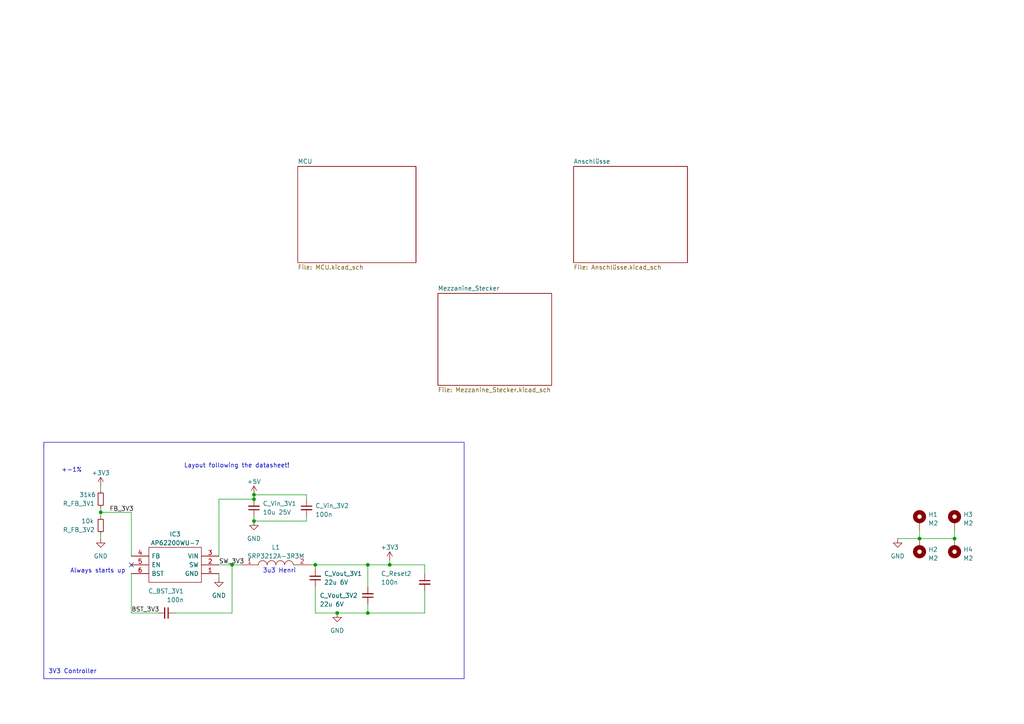
<source format=kicad_sch>
(kicad_sch (version 20230121) (generator eeschema)
  (paper "A4")
  (lib_symbols
    (symbol "Device:C_Small" (pin_numbers hide) (pin_names (offset 0.254) hide)
      (property "Reference" "C" (at 0.254 1.778 0))
      (property "Value" "C_Small" (at 0.254 -2.032 0))
      (symbol "C_Small_0_1"
        (polyline (pts (xy -1.524 -0.508) (xy 1.524 -0.508)) (stroke (width 0.3302)))
        (polyline (pts (xy -1.524 0.508) (xy 1.524 0.508)) (stroke (width 0.3048)))
      )
      (symbol "C_Small_1_1"
        (pin passive line (at 0 2.54 270) (length 2.032) (name "~") (number "1"))
        (pin passive line (at 0 -2.54 90) (length 2.032) (name "~") (number "2"))
      )
    )
    (symbol "Device:R_Small" (pin_numbers hide) (pin_names (offset 0.254) hide)
      (property "Reference" "R" (at 0.762 0.508 0))
      (property "Value" "R_Small" (at 0.762 -1.016 0))
      (symbol "R_Small_0_1"
        (rectangle (start -0.762 1.778) (end 0.762 -1.778) (stroke (width 0.2032)))
      )
      (symbol "R_Small_1_1"
        (pin passive line (at 0 2.54 270) (length 0.762) (name "~") (number "1"))
        (pin passive line (at 0 -2.54 90) (length 0.762) (name "~") (number "2"))
      )
    )
    (symbol "Mechanical:MountingHole_Pad" (pin_numbers hide) (pin_names (offset 1.016) hide)
      (property "Reference" "H" (at 0 6.35 0))
      (property "Value" "MountingHole_Pad" (at 0 4.445 0))
      (symbol "MountingHole_Pad_0_1"
        (circle (center 0 1.27) (radius 1.27) (stroke (width 1.27)))
      )
      (symbol "MountingHole_Pad_1_1"
        (pin input line (at 0 -2.54 90) (length 2.54) (name "1") (number "1"))
      )
    )
    (symbol "SamacSys_Parts:AP62200WU-7" (pin_names (offset 0.762))
      (property "Reference" "IC" (at 21.59 7.62 0))
      (property "Value" "AP62200WU-7" (at 21.59 5.08 0))
      (symbol "AP62200WU-7_0_0"
        (pin passive line (at 0 0 0) (length 5.08) (name "GND") (number "1"))
        (pin passive line (at 0 -2.54 0) (length 5.08) (name "SW") (number "2"))
        (pin passive line (at 0 -5.08 0) (length 5.08) (name "VIN") (number "3"))
        (pin passive line (at 25.4 -5.08 180) (length 5.08) (name "FB") (number "4"))
        (pin passive line (at 25.4 -2.54 180) (length 5.08) (name "EN") (number "5"))
        (pin passive line (at 25.4 0 180) (length 5.08) (name "BST") (number "6"))
      )
      (symbol "AP62200WU-7_0_1"
        (polyline (pts (xy 5.08 2.54) (xy 20.32 2.54) (xy 20.32 -7.62) (xy 5.08 -7.62) (xy 5.08 2.54)) (stroke (width 0.1524)))
      )
    )
    (symbol "SamacSys_Parts:SRP3212A-3R3M" (pin_names (offset 0.762))
      (property "Reference" "L" (at 16.51 6.35 0))
      (property "Value" "SRP3212A-3R3M" (at 16.51 3.81 0))
      (symbol "SRP3212A-3R3M_0_0"
        (pin passive line (at 0 0 0) (length 5.08) (name "~") (number "1"))
        (pin passive line (at 20.32 0 180) (length 5.08) (name "~") (number "2"))
      )
      (symbol "SRP3212A-3R3M_0_1"
        (arc (start 7.62 0) (mid 6.35 1.2202) (end 5.08 0) (stroke (width 0.1524)))
        (arc (start 10.16 0) (mid 8.89 1.2202) (end 7.62 0) (stroke (width 0.1524)))
        (arc (start 12.7 0) (mid 11.43 1.2202) (end 10.16 0) (stroke (width 0.1524)))
        (arc (start 15.24 0) (mid 13.97 1.2202) (end 12.7 0) (stroke (width 0.1524)))
      )
    )
    (symbol "power:+3.3V" (power) (pin_names (offset 0))
      (property "Value" "+3.3V" (at 0 3.556 0))
      (symbol "+3.3V_0_1"
        (polyline (pts (xy -0.762 1.27) (xy 0 2.54)))
        (polyline (pts (xy 0 0) (xy 0 2.54)))
        (polyline (pts (xy 0 2.54) (xy 0.762 1.27)))
      )
      (symbol "+3.3V_1_1"
        (pin power_in line (at 0 0 90) (length 0) hide (name "+3V3") (number "1"))
      )
    )
    (symbol "power:+5V" (power) (pin_names (offset 0))
      (property "Value" "+5V" (at 0 3.556 0))
      (symbol "+5V_0_1"
        (polyline (pts (xy -0.762 1.27) (xy 0 2.54)))
        (polyline (pts (xy 0 0) (xy 0 2.54)))
        (polyline (pts (xy 0 2.54) (xy 0.762 1.27)))
      )
      (symbol "+5V_1_1"
        (pin power_in line (at 0 0 90) (length 0) hide (name "+5V") (number "1"))
      )
    )
    (symbol "power:GND" (power) (pin_names (offset 0))
      (property "Value" "GND" (at 0 -3.81 0))
      (symbol "GND_0_1"
        (polyline (pts (xy 0 0) (xy 0 -1.27) (xy 1.27 -1.27) (xy 0 -2.54) (xy -1.27 -1.27) (xy 0 -1.27)))
      )
      (symbol "GND_1_1"
        (pin power_in line (at 0 0 270) (length 0) hide (name "GND") (number "1"))
      )
    )
  )
  (junction (at 106.68 177.8))
  (junction (at 97.79 177.8))
  (junction (at 29.21 148.59))
  (junction (at 106.68 163.83))
  (junction (at 73.66 151.13))
  (junction (at 276.86 156.21))
  (junction (at 67.31 163.83))
  (junction (at 73.66 143.51))
  (junction (at 266.7 156.21))
  (junction (at 73.66 144.78))
  (junction (at 91.44 163.83))
  (junction (at 113.03 163.83))
  (no_connect (at 38.1 163.83))
  (wire (pts (xy 29.21 148.59) (xy 38.1 148.59)))
  (wire (pts (xy 63.5 163.83) (xy 67.31 163.83)))
  (wire (pts (xy 73.66 143.51) (xy 88.9 143.51)))
  (wire (pts (xy 45.72 177.8) (xy 38.1 177.8)))
  (wire (pts (xy 91.44 163.83) (xy 106.68 163.83)))
  (polyline (pts (xy 12.7 128.27) (xy 12.7 129.54)))
  (polyline (pts (xy 134.62 128.27) (xy 134.62 196.85)))
  (wire (pts (xy 63.5 166.37) (xy 63.5 167.64)))
  (wire (pts (xy 29.21 140.97) (xy 29.21 142.24)))
  (wire (pts (xy 276.86 153.67) (xy 276.86 156.21)))
  (wire (pts (xy 91.44 170.18) (xy 91.44 177.8)))
  (wire (pts (xy 91.44 177.8) (xy 97.79 177.8)))
  (wire (pts (xy 29.21 148.59) (xy 29.21 149.86)))
  (wire (pts (xy 90.17 163.83) (xy 91.44 163.83)))
  (wire (pts (xy 113.03 162.56) (xy 113.03 163.83)))
  (polyline (pts (xy 12.7 128.27) (xy 12.7 196.85)))
  (wire (pts (xy 97.79 177.8) (xy 106.68 177.8)))
  (wire (pts (xy 123.19 163.83) (xy 123.19 166.37)))
  (wire (pts (xy 88.9 143.51) (xy 88.9 144.78)))
  (wire (pts (xy 88.9 149.86) (xy 88.9 151.13)))
  (wire (pts (xy 73.66 149.86) (xy 73.66 151.13)))
  (wire (pts (xy 91.44 165.1) (xy 91.44 163.83)))
  (wire (pts (xy 106.68 163.83) (xy 113.03 163.83)))
  (wire (pts (xy 73.66 143.51) (xy 73.66 144.78)))
  (wire (pts (xy 113.03 163.83) (xy 123.19 163.83)))
  (wire (pts (xy 106.68 177.8) (xy 123.19 177.8)))
  (wire (pts (xy 38.1 148.59) (xy 38.1 161.29)))
  (wire (pts (xy 266.7 153.67) (xy 266.7 156.21)))
  (wire (pts (xy 67.31 163.83) (xy 69.85 163.83)))
  (wire (pts (xy 67.31 163.83) (xy 67.31 177.8)))
  (wire (pts (xy 106.68 170.18) (xy 106.68 163.83)))
  (polyline (pts (xy 12.7 128.27) (xy 134.62 128.27)))
  (wire (pts (xy 266.7 156.21) (xy 276.86 156.21)))
  (polyline (pts (xy 12.7 196.85) (xy 134.62 196.85)))
  (wire (pts (xy 260.35 156.21) (xy 266.7 156.21)))
  (wire (pts (xy 123.19 171.45) (xy 123.19 177.8)))
  (wire (pts (xy 29.21 147.32) (xy 29.21 148.59)))
  (wire (pts (xy 38.1 166.37) (xy 38.1 177.8)))
  (wire (pts (xy 50.8 177.8) (xy 67.31 177.8)))
  (wire (pts (xy 106.68 177.8) (xy 106.68 175.26)))
  (wire (pts (xy 63.5 144.78) (xy 73.66 144.78)))
  (wire (pts (xy 29.21 154.94) (xy 29.21 156.21)))
  (wire (pts (xy 73.66 151.13) (xy 88.9 151.13)))
  (wire (pts (xy 63.5 161.29) (xy 63.5 144.78)))
  (text "3V3 Controller" (at 13.97 195.58 0) (effects (font (size 1.27 1.27)) (justify left bottom)))
  (text "3u3 Henri" (at 76.2 166.37 0) (effects (font (size 1.27 1.27)) (justify left bottom)))
  (text "Always starts up\n" (at 20.32 166.37 0) (effects (font (size 1.27 1.27)) (justify left bottom)))
  (text "Layout following the datasheet!" (at 53.34 135.89 0) (effects (font (size 1.27 1.27)) (justify left bottom)))
  (text "+-1%" (at 17.78 137.16 0) (effects (font (size 1.27 1.27)) (justify left bottom)))
  (label "SW_3V3" (at 63.5 163.83 0))
  (label "BST_3V3" (at 38.1 177.8 0))
  (label "FB_3V3" (at 31.75 148.59 0))
  (symbol (lib_id "power:+3.3V") (at 29.21 140.97 0) (unit 1)
    (property "Reference" "#PWR0100" (effects hide))
    (property "Value" "+3.3V" (at 29.21 137.16 0))
  )
  (symbol (lib_id "power:GND") (at 73.66 151.13 0) (unit 1)
    (property "Reference" "#PWR0104" (effects hide))
    (property "Value" "GND" (at 73.66 156.21 0))
  )
  (symbol (lib_id "Device:C_Small") (at 123.19 168.91 0) (unit 1)
    (property "Reference" "C_Reset2" (at 110.49 166.37 0) (effects (justify left)))
    (property "Value" "100n" (at 110.49 168.91 0) (effects (justify left)))
    (property "Footprint" "Capacitor_SMD:C_0402_1005Metric" (effects hide))
  )
  (symbol (lib_id "Device:C_Small") (at 91.44 167.64 180) (unit 1)
    (property "Reference" "C_Vout_3V1" (at 93.98 166.37 0) (effects (justify right)))
    (property "Value" "22u 6V" (at 93.98 168.91 0) (effects (justify right)))
    (property "Footprint" "Capacitor_SMD:C_0402_1005Metric" (effects hide))
    (property "Datasheet" "https://www.lcsc.com/product-detail/_Murata-Electronics-_C415703.html" (effects hide))
  )
  (symbol (lib_id "Device:R_Small") (at 29.21 152.4 0) (unit 1)
    (property "Reference" "R_FB_3V2" (at 22.86 153.67 0))
    (property "Value" "10k" (at 25.4 151.13 0))
    (property "Footprint" "Resistor_SMD:R_0402_1005Metric" (effects hide))
  )
  (symbol (lib_id "Mechanical:MountingHole_Pad") (at 276.86 158.75 180) (unit 1)
    (property "Reference" "H4" (at 279.4 159.385 0) (effects (justify right)))
    (property "Value" "M2" (at 279.4 161.925 0) (effects (justify right)))
    (property "Footprint" "MountingHole:MountingHole_2.2mm_M2_DIN965_Pad_TopBottom" (effects hide))
  )
  (symbol (lib_id "power:GND") (at 63.5 167.64 0) (unit 1)
    (property "Reference" "#PWR0102" (effects hide))
    (property "Value" "GND" (at 63.5 172.72 0))
  )
  (symbol (lib_id "Mechanical:MountingHole_Pad") (at 276.86 151.13 0) (unit 1)
    (property "Reference" "H3" (at 279.4 149.225 0) (effects (justify left)))
    (property "Value" "M2" (at 279.4 151.765 0) (effects (justify left)))
    (property "Footprint" "MountingHole:MountingHole_2.2mm_M2_DIN965_Pad_TopBottom" (effects hide))
  )
  (symbol (lib_id "power:GND") (at 260.35 156.21 0) (unit 1)
    (property "Reference" "#PWR05" (effects hide))
    (property "Value" "GND" (at 260.35 161.29 0))
  )
  (symbol (lib_id "power:GND") (at 29.21 156.21 0) (unit 1)
    (property "Reference" "#PWR0101" (effects hide))
    (property "Value" "GND" (at 29.21 161.29 0))
  )
  (symbol (lib_id "Device:C_Small") (at 88.9 147.32 0) (unit 1)
    (property "Reference" "C_Vin_3V2" (at 91.44 146.6913 0) (effects (justify left)))
    (property "Value" "100n" (at 91.44 149.2313 0) (effects (justify left)))
    (property "Footprint" "Capacitor_SMD:C_0402_1005Metric" (effects hide))
  )
  (symbol (lib_id "SamacSys_Parts:SRP3212A-3R3M") (at 69.85 163.83 0) (unit 1)
    (property "Reference" "L1" (at 80.01 158.75 0))
    (property "Value" "SRP3212A-3R3M" (at 80.01 161.29 0))
    (property "Footprint" "SamacSys_Parts:INDC3225X120N" (effects hide))
    (property "Datasheet" "https://www.bourns.com/docs/product-datasheets/srp3212.pdf" (effects hide))
    (property "Description" "Ind,3.2x2.5x1mm,3.3uH+/-20%,3.1A,shd" (effects hide))
    (property "Height" "1.2" (effects hide))
    (property "Manufacturer_Name" "Bourns" (effects hide))
    (property "Manufacturer_Part_Number" "SRP3212A-3R3M" (effects hide))
  )
  (symbol (lib_id "Mechanical:MountingHole_Pad") (at 266.7 151.13 0) (unit 1)
    (property "Reference" "H1" (at 269.24 149.225 0) (effects (justify left)))
    (property "Value" "M2" (at 269.24 151.765 0) (effects (justify left)))
    (property "Footprint" "MountingHole:MountingHole_2.2mm_M2_DIN965_Pad_TopBottom" (effects hide))
  )
  (symbol (lib_id "Device:R_Small") (at 29.21 144.78 0) (unit 1)
    (property "Reference" "R_FB_3V1" (at 22.86 146.05 0))
    (property "Value" "31k6" (at 25.4 143.51 0))
    (property "Footprint" "Resistor_SMD:R_0402_1005Metric" (effects hide))
  )
  (symbol (lib_id "power:+5V") (at 73.66 143.51 0) (unit 1)
    (property "Reference" "#PWR0103" (effects hide))
    (property "Value" "+5V" (at 73.66 139.7 0))
  )
  (symbol (lib_id "power:+3.3V") (at 113.03 162.56 0) (unit 1)
    (property "Reference" "#PWR0106" (effects hide))
    (property "Value" "+3.3V" (at 113.03 158.75 0))
  )
  (symbol (lib_id "Device:C_Small") (at 106.68 172.72 180) (unit 1)
    (property "Reference" "C_Vout_3V2" (at 92.71 172.72 0) (effects (justify right)))
    (property "Value" "22u 6V" (at 92.71 175.26 0) (effects (justify right)))
    (property "Footprint" "Capacitor_SMD:C_0402_1005Metric" (effects hide))
    (property "Datasheet" "https://www.lcsc.com/product-detail/_Murata-Electronics-_C415703.html" (effects hide))
  )
  (symbol (lib_id "Device:C_Small") (at 48.26 177.8 270) (unit 1)
    (property "Reference" "C_BST_3V1" (at 53.34 171.45 90) (effects (justify right)))
    (property "Value" "100n" (at 53.34 173.99 90) (effects (justify right)))
    (property "Footprint" "Capacitor_SMD:C_0402_1005Metric" (effects hide))
  )
  (symbol (lib_id "Mechanical:MountingHole_Pad") (at 266.7 158.75 180) (unit 1)
    (property "Reference" "H2" (at 269.24 159.385 0) (effects (justify right)))
    (property "Value" "M2" (at 269.24 161.925 0) (effects (justify right)))
    (property "Footprint" "MountingHole:MountingHole_2.2mm_M2_DIN965_Pad_TopBottom" (effects hide))
  )
  (symbol (lib_id "Device:C_Small") (at 73.66 147.32 180) (unit 1)
    (property "Reference" "C_Vin_3V1" (at 76.2 146.05 0) (effects (justify right)))
    (property "Value" "10u 25V" (at 76.2 148.59 0) (effects (justify right)))
    (property "Footprint" "Capacitor_SMD:C_0603_1608Metric" (effects hide))
    (property "Datasheet" "https://www.lcsc.com/product-detail/_Samsung-Electro-Mechanics-_C96446.html" (effects hide))
  )
  (symbol (lib_id "power:GND") (at 97.79 177.8 0) (unit 1)
    (property "Reference" "#PWR0105" (effects hide))
    (property "Value" "GND" (at 97.79 182.88 0))
  )
  (symbol (lib_id "SamacSys_Parts:AP62200WU-7") (at 63.5 166.37 180) (unit 1)
    (property "Reference" "IC3" (at 50.8 154.94 0))
    (property "Value" "AP62200WU-7" (at 50.8 157.48 0))
    (property "Footprint" "SamacSys_Parts:SOT95P280X100-6N" (effects hide))
    (property "Datasheet" "https://datasheet.datasheetarchive.com/originals/distributors/Datasheets_SAMA/8773719cd56c9c8fb48ffd720a0376ce.pdf" (effects hide))
    (property "Description" "Switching Voltage Regulators DCDC Conv HV Buck TSOT26 T&R 3K" (effects hide))
    (property "Height" "1" (effects hide))
    (property "Mouser Part Number" "621-AP62200WU-7" (effects hide))
    (property "Mouser Price/Stock" "https://www.mouser.co.uk/ProductDetail/Diodes-Incorporated/AP62200WU-7?qs=P1JMDcb91o6Lrrt3Idazjw%3D%3D" (effects hide))
    (property "Manufacturer_Name" "Diodes Inc." (effects hide))
    (property "Manufacturer_Part_Number" "AP62200WU-7" (effects hide))
  )
  (sheet (at 86.36 48.26) (size 34.29 27.94) (stroke (width 0.1524))
    (property "Sheetname" "MCU" (at 86.36 47.5484 0) (effects (justify left bottom)))
    (property "Sheetfile" "MCU.kicad_sch" (at 86.36 76.7846 0) (effects (justify left top)))
  )
  (sheet (at 127 85.09) (size 33.02 26.67) (stroke (width 0.1524))
    (property "Sheetname" "Mezzanine_Stecker" (at 127 84.3784 0) (effects (justify left bottom)))
    (property "Sheetfile" "Mezzanine_Stecker.kicad_sch" (at 127 112.3446 0) (effects (justify left top)))
  )
  (sheet (at 166.37 48.26) (size 33.02 27.94) (stroke (width 0.1524))
    (property "Sheetname" "Anschlüsse" (at 166.37 47.5484 0) (effects (justify left bottom)))
    (property "Sheetfile" "Anschlüsse.kicad_sch" (at 166.37 76.7846 0) (effects (justify left top)))
  )
)
</source>
